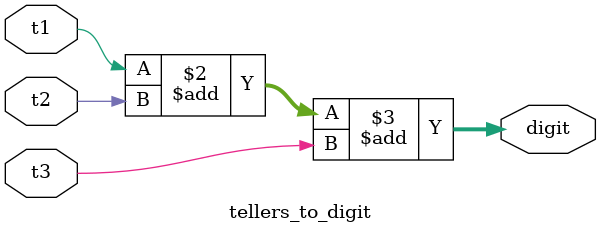
<source format=v>
module tellers_to_digit(
input t1, t2, t3,
output reg [1:0] digit
); 

always@(*) begin
 digit = t1 + t2 + t3 ;
end
endmodule
</source>
